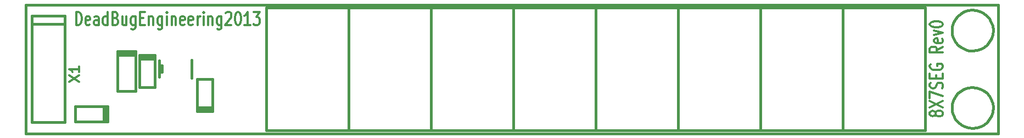
<source format=gto>
G04 (created by PCBNEW-RS274X (2012-01-19 BZR 3256)-stable) date 01/06/2013 13:30:53*
G01*
G70*
G90*
%MOIN*%
G04 Gerber Fmt 3.4, Leading zero omitted, Abs format*
%FSLAX34Y34*%
G04 APERTURE LIST*
%ADD10C,0.006000*%
%ADD11C,0.012000*%
%ADD12C,0.015000*%
G04 APERTURE END LIST*
G54D10*
G54D11*
X100117Y-24034D02*
X100079Y-24092D01*
X100040Y-24120D01*
X99964Y-24149D01*
X99926Y-24149D01*
X99850Y-24120D01*
X99812Y-24092D01*
X99774Y-24034D01*
X99774Y-23920D01*
X99812Y-23863D01*
X99850Y-23834D01*
X99926Y-23806D01*
X99964Y-23806D01*
X100040Y-23834D01*
X100079Y-23863D01*
X100117Y-23920D01*
X100117Y-24034D01*
X100155Y-24092D01*
X100193Y-24120D01*
X100269Y-24149D01*
X100421Y-24149D01*
X100498Y-24120D01*
X100536Y-24092D01*
X100574Y-24034D01*
X100574Y-23920D01*
X100536Y-23863D01*
X100498Y-23834D01*
X100421Y-23806D01*
X100269Y-23806D01*
X100193Y-23834D01*
X100155Y-23863D01*
X100117Y-23920D01*
X99774Y-23606D02*
X100574Y-23206D01*
X99774Y-23206D02*
X100574Y-23606D01*
X99774Y-23035D02*
X99774Y-22635D01*
X100574Y-22892D01*
X100536Y-22436D02*
X100574Y-22350D01*
X100574Y-22207D01*
X100536Y-22150D01*
X100498Y-22121D01*
X100421Y-22093D01*
X100345Y-22093D01*
X100269Y-22121D01*
X100231Y-22150D01*
X100193Y-22207D01*
X100155Y-22321D01*
X100117Y-22379D01*
X100079Y-22407D01*
X100002Y-22436D01*
X99926Y-22436D01*
X99850Y-22407D01*
X99812Y-22379D01*
X99774Y-22321D01*
X99774Y-22179D01*
X99812Y-22093D01*
X100155Y-21836D02*
X100155Y-21636D01*
X100574Y-21550D02*
X100574Y-21836D01*
X99774Y-21836D01*
X99774Y-21550D01*
X99812Y-20979D02*
X99774Y-21036D01*
X99774Y-21122D01*
X99812Y-21207D01*
X99888Y-21265D01*
X99964Y-21293D01*
X100117Y-21322D01*
X100231Y-21322D01*
X100383Y-21293D01*
X100460Y-21265D01*
X100536Y-21207D01*
X100574Y-21122D01*
X100574Y-21065D01*
X100536Y-20979D01*
X100498Y-20950D01*
X100231Y-20950D01*
X100231Y-21065D01*
X100574Y-19893D02*
X100193Y-20093D01*
X100574Y-20236D02*
X99774Y-20236D01*
X99774Y-20008D01*
X99812Y-19950D01*
X99850Y-19922D01*
X99926Y-19893D01*
X100040Y-19893D01*
X100117Y-19922D01*
X100155Y-19950D01*
X100193Y-20008D01*
X100193Y-20236D01*
X100536Y-19408D02*
X100574Y-19465D01*
X100574Y-19579D01*
X100536Y-19636D01*
X100460Y-19665D01*
X100155Y-19665D01*
X100079Y-19636D01*
X100040Y-19579D01*
X100040Y-19465D01*
X100079Y-19408D01*
X100155Y-19379D01*
X100231Y-19379D01*
X100307Y-19665D01*
X100040Y-19179D02*
X100574Y-19036D01*
X100040Y-18894D01*
X99774Y-18551D02*
X99774Y-18494D01*
X99812Y-18437D01*
X99850Y-18408D01*
X99926Y-18379D01*
X100079Y-18351D01*
X100269Y-18351D01*
X100421Y-18379D01*
X100498Y-18408D01*
X100536Y-18437D01*
X100574Y-18494D01*
X100574Y-18551D01*
X100536Y-18608D01*
X100498Y-18637D01*
X100421Y-18665D01*
X100269Y-18694D01*
X100079Y-18694D01*
X99926Y-18665D01*
X99850Y-18637D01*
X99812Y-18608D01*
X99774Y-18551D01*
X47944Y-18574D02*
X47944Y-17774D01*
X48087Y-17774D01*
X48172Y-17812D01*
X48230Y-17888D01*
X48258Y-17964D01*
X48287Y-18117D01*
X48287Y-18231D01*
X48258Y-18383D01*
X48230Y-18460D01*
X48172Y-18536D01*
X48087Y-18574D01*
X47944Y-18574D01*
X48772Y-18536D02*
X48715Y-18574D01*
X48601Y-18574D01*
X48544Y-18536D01*
X48515Y-18460D01*
X48515Y-18155D01*
X48544Y-18079D01*
X48601Y-18040D01*
X48715Y-18040D01*
X48772Y-18079D01*
X48801Y-18155D01*
X48801Y-18231D01*
X48515Y-18307D01*
X49315Y-18574D02*
X49315Y-18155D01*
X49286Y-18079D01*
X49229Y-18040D01*
X49115Y-18040D01*
X49058Y-18079D01*
X49315Y-18536D02*
X49258Y-18574D01*
X49115Y-18574D01*
X49058Y-18536D01*
X49029Y-18460D01*
X49029Y-18383D01*
X49058Y-18307D01*
X49115Y-18269D01*
X49258Y-18269D01*
X49315Y-18231D01*
X49858Y-18574D02*
X49858Y-17774D01*
X49858Y-18536D02*
X49801Y-18574D01*
X49687Y-18574D01*
X49629Y-18536D01*
X49601Y-18498D01*
X49572Y-18421D01*
X49572Y-18193D01*
X49601Y-18117D01*
X49629Y-18079D01*
X49687Y-18040D01*
X49801Y-18040D01*
X49858Y-18079D01*
X50344Y-18155D02*
X50430Y-18193D01*
X50458Y-18231D01*
X50487Y-18307D01*
X50487Y-18421D01*
X50458Y-18498D01*
X50430Y-18536D01*
X50372Y-18574D01*
X50144Y-18574D01*
X50144Y-17774D01*
X50344Y-17774D01*
X50401Y-17812D01*
X50430Y-17850D01*
X50458Y-17926D01*
X50458Y-18002D01*
X50430Y-18079D01*
X50401Y-18117D01*
X50344Y-18155D01*
X50144Y-18155D01*
X51001Y-18040D02*
X51001Y-18574D01*
X50744Y-18040D02*
X50744Y-18460D01*
X50772Y-18536D01*
X50830Y-18574D01*
X50915Y-18574D01*
X50972Y-18536D01*
X51001Y-18498D01*
X51544Y-18040D02*
X51544Y-18688D01*
X51515Y-18764D01*
X51487Y-18802D01*
X51430Y-18840D01*
X51344Y-18840D01*
X51287Y-18802D01*
X51544Y-18536D02*
X51487Y-18574D01*
X51373Y-18574D01*
X51315Y-18536D01*
X51287Y-18498D01*
X51258Y-18421D01*
X51258Y-18193D01*
X51287Y-18117D01*
X51315Y-18079D01*
X51373Y-18040D01*
X51487Y-18040D01*
X51544Y-18079D01*
X51830Y-18155D02*
X52030Y-18155D01*
X52116Y-18574D02*
X51830Y-18574D01*
X51830Y-17774D01*
X52116Y-17774D01*
X52373Y-18040D02*
X52373Y-18574D01*
X52373Y-18117D02*
X52401Y-18079D01*
X52459Y-18040D01*
X52544Y-18040D01*
X52601Y-18079D01*
X52630Y-18155D01*
X52630Y-18574D01*
X53173Y-18040D02*
X53173Y-18688D01*
X53144Y-18764D01*
X53116Y-18802D01*
X53059Y-18840D01*
X52973Y-18840D01*
X52916Y-18802D01*
X53173Y-18536D02*
X53116Y-18574D01*
X53002Y-18574D01*
X52944Y-18536D01*
X52916Y-18498D01*
X52887Y-18421D01*
X52887Y-18193D01*
X52916Y-18117D01*
X52944Y-18079D01*
X53002Y-18040D01*
X53116Y-18040D01*
X53173Y-18079D01*
X53459Y-18574D02*
X53459Y-18040D01*
X53459Y-17774D02*
X53430Y-17812D01*
X53459Y-17850D01*
X53487Y-17812D01*
X53459Y-17774D01*
X53459Y-17850D01*
X53745Y-18040D02*
X53745Y-18574D01*
X53745Y-18117D02*
X53773Y-18079D01*
X53831Y-18040D01*
X53916Y-18040D01*
X53973Y-18079D01*
X54002Y-18155D01*
X54002Y-18574D01*
X54516Y-18536D02*
X54459Y-18574D01*
X54345Y-18574D01*
X54288Y-18536D01*
X54259Y-18460D01*
X54259Y-18155D01*
X54288Y-18079D01*
X54345Y-18040D01*
X54459Y-18040D01*
X54516Y-18079D01*
X54545Y-18155D01*
X54545Y-18231D01*
X54259Y-18307D01*
X55030Y-18536D02*
X54973Y-18574D01*
X54859Y-18574D01*
X54802Y-18536D01*
X54773Y-18460D01*
X54773Y-18155D01*
X54802Y-18079D01*
X54859Y-18040D01*
X54973Y-18040D01*
X55030Y-18079D01*
X55059Y-18155D01*
X55059Y-18231D01*
X54773Y-18307D01*
X55316Y-18574D02*
X55316Y-18040D01*
X55316Y-18193D02*
X55344Y-18117D01*
X55373Y-18079D01*
X55430Y-18040D01*
X55487Y-18040D01*
X55687Y-18574D02*
X55687Y-18040D01*
X55687Y-17774D02*
X55658Y-17812D01*
X55687Y-17850D01*
X55715Y-17812D01*
X55687Y-17774D01*
X55687Y-17850D01*
X55973Y-18040D02*
X55973Y-18574D01*
X55973Y-18117D02*
X56001Y-18079D01*
X56059Y-18040D01*
X56144Y-18040D01*
X56201Y-18079D01*
X56230Y-18155D01*
X56230Y-18574D01*
X56773Y-18040D02*
X56773Y-18688D01*
X56744Y-18764D01*
X56716Y-18802D01*
X56659Y-18840D01*
X56573Y-18840D01*
X56516Y-18802D01*
X56773Y-18536D02*
X56716Y-18574D01*
X56602Y-18574D01*
X56544Y-18536D01*
X56516Y-18498D01*
X56487Y-18421D01*
X56487Y-18193D01*
X56516Y-18117D01*
X56544Y-18079D01*
X56602Y-18040D01*
X56716Y-18040D01*
X56773Y-18079D01*
X57030Y-17850D02*
X57059Y-17812D01*
X57116Y-17774D01*
X57259Y-17774D01*
X57316Y-17812D01*
X57345Y-17850D01*
X57373Y-17926D01*
X57373Y-18002D01*
X57345Y-18117D01*
X57002Y-18574D01*
X57373Y-18574D01*
X57744Y-17774D02*
X57801Y-17774D01*
X57858Y-17812D01*
X57887Y-17850D01*
X57916Y-17926D01*
X57944Y-18079D01*
X57944Y-18269D01*
X57916Y-18421D01*
X57887Y-18498D01*
X57858Y-18536D01*
X57801Y-18574D01*
X57744Y-18574D01*
X57687Y-18536D01*
X57658Y-18498D01*
X57630Y-18421D01*
X57601Y-18269D01*
X57601Y-18079D01*
X57630Y-17926D01*
X57658Y-17850D01*
X57687Y-17812D01*
X57744Y-17774D01*
X58515Y-18574D02*
X58172Y-18574D01*
X58344Y-18574D02*
X58344Y-17774D01*
X58287Y-17888D01*
X58229Y-17964D01*
X58172Y-18002D01*
X58715Y-17774D02*
X59086Y-17774D01*
X58886Y-18079D01*
X58972Y-18079D01*
X59029Y-18117D01*
X59058Y-18155D01*
X59086Y-18231D01*
X59086Y-18421D01*
X59058Y-18498D01*
X59029Y-18536D01*
X58972Y-18574D01*
X58800Y-18574D01*
X58743Y-18536D01*
X58715Y-18498D01*
G54D12*
X44882Y-25197D02*
X44882Y-17323D01*
X103937Y-25197D02*
X44882Y-25197D01*
X103937Y-17323D02*
X103937Y-25197D01*
X44882Y-17323D02*
X103937Y-17323D01*
X54950Y-20750D02*
X54950Y-20700D01*
X54950Y-21800D02*
X54950Y-20750D01*
X53000Y-21450D02*
X53150Y-21450D01*
X53150Y-21450D02*
X53150Y-21050D01*
X53150Y-21050D02*
X53000Y-21050D01*
X53000Y-21750D02*
X53000Y-20750D01*
X51551Y-20280D02*
X51551Y-20161D01*
X51551Y-20161D02*
X50449Y-20161D01*
X50449Y-20161D02*
X50449Y-20319D01*
X51551Y-20398D02*
X51551Y-20280D01*
X51551Y-20280D02*
X50449Y-20280D01*
X50449Y-20280D02*
X50449Y-20398D01*
X51551Y-20398D02*
X51551Y-22602D01*
X51551Y-22602D02*
X50449Y-22602D01*
X50449Y-22602D02*
X50449Y-20398D01*
X50449Y-20398D02*
X51551Y-20398D01*
X55278Y-23734D02*
X55278Y-23852D01*
X55278Y-23852D02*
X56222Y-23852D01*
X56222Y-23852D02*
X56222Y-23734D01*
X55278Y-23616D02*
X55278Y-23734D01*
X55278Y-23734D02*
X56222Y-23734D01*
X56222Y-23734D02*
X56222Y-23616D01*
X55278Y-23616D02*
X55278Y-21884D01*
X55278Y-21884D02*
X56183Y-21884D01*
X56183Y-21884D02*
X56222Y-21884D01*
X56222Y-21884D02*
X56222Y-23616D01*
X56222Y-23616D02*
X55278Y-23616D01*
X49734Y-24472D02*
X49852Y-24472D01*
X49852Y-24472D02*
X49852Y-23528D01*
X49852Y-23528D02*
X49734Y-23528D01*
X49616Y-24472D02*
X49734Y-24472D01*
X49734Y-24472D02*
X49734Y-23528D01*
X49734Y-23528D02*
X49616Y-23528D01*
X49616Y-24472D02*
X47884Y-24472D01*
X47884Y-24472D02*
X47884Y-23567D01*
X47884Y-23567D02*
X47884Y-23528D01*
X47884Y-23528D02*
X49616Y-23528D01*
X49616Y-23528D02*
X49616Y-24472D01*
X52722Y-20516D02*
X52722Y-20398D01*
X52722Y-20398D02*
X51778Y-20398D01*
X51778Y-20398D02*
X51778Y-20516D01*
X52722Y-20634D02*
X52722Y-20516D01*
X52722Y-20516D02*
X51778Y-20516D01*
X51778Y-20516D02*
X51778Y-20634D01*
X52722Y-20634D02*
X52722Y-22366D01*
X52722Y-22366D02*
X51817Y-22366D01*
X51817Y-22366D02*
X51778Y-22366D01*
X51778Y-22366D02*
X51778Y-20634D01*
X51778Y-20634D02*
X52722Y-20634D01*
X45250Y-18500D02*
X45250Y-18000D01*
X45250Y-18000D02*
X47250Y-18000D01*
X47250Y-18000D02*
X47250Y-18500D01*
X45250Y-18500D02*
X47250Y-18500D01*
X47250Y-18500D02*
X47250Y-24500D01*
X47250Y-24500D02*
X45250Y-24500D01*
X45250Y-24500D02*
X45250Y-18500D01*
X89500Y-17500D02*
X94500Y-17500D01*
X94500Y-17500D02*
X94500Y-25000D01*
X94500Y-25000D02*
X89500Y-25000D01*
X89500Y-25000D02*
X89500Y-17500D01*
X79500Y-17500D02*
X84500Y-17500D01*
X84500Y-17500D02*
X84500Y-25000D01*
X84500Y-25000D02*
X79500Y-25000D01*
X79500Y-25000D02*
X79500Y-17500D01*
X59500Y-17500D02*
X64500Y-17500D01*
X64500Y-17500D02*
X64500Y-25000D01*
X64500Y-25000D02*
X59500Y-25000D01*
X59500Y-25000D02*
X59500Y-17500D01*
X69500Y-17500D02*
X74500Y-17500D01*
X74500Y-17500D02*
X74500Y-25000D01*
X74500Y-25000D02*
X69500Y-25000D01*
X69500Y-25000D02*
X69500Y-17500D01*
X74500Y-17500D02*
X79500Y-17500D01*
X79500Y-17500D02*
X79500Y-25000D01*
X79500Y-25000D02*
X74500Y-25000D01*
X74500Y-25000D02*
X74500Y-17500D01*
X64500Y-17500D02*
X69500Y-17500D01*
X69500Y-17500D02*
X69500Y-25000D01*
X69500Y-25000D02*
X64500Y-25000D01*
X64500Y-25000D02*
X64500Y-17500D01*
X84500Y-17500D02*
X89500Y-17500D01*
X89500Y-17500D02*
X89500Y-25000D01*
X89500Y-25000D02*
X84500Y-25000D01*
X84500Y-25000D02*
X84500Y-17500D01*
X94500Y-17500D02*
X99500Y-17500D01*
X99500Y-17500D02*
X99500Y-25000D01*
X99500Y-25000D02*
X94500Y-25000D01*
X94500Y-25000D02*
X94500Y-17500D01*
X103612Y-18898D02*
X103588Y-19140D01*
X103517Y-19374D01*
X103403Y-19589D01*
X103248Y-19778D01*
X103060Y-19934D01*
X102846Y-20050D01*
X102613Y-20122D01*
X102370Y-20147D01*
X102128Y-20125D01*
X101894Y-20056D01*
X101678Y-19943D01*
X101488Y-19791D01*
X101331Y-19604D01*
X101214Y-19390D01*
X101140Y-19157D01*
X101113Y-18915D01*
X101133Y-18673D01*
X101200Y-18438D01*
X101312Y-18221D01*
X101463Y-18030D01*
X101649Y-17872D01*
X101862Y-17753D01*
X102094Y-17678D01*
X102336Y-17649D01*
X102579Y-17667D01*
X102814Y-17733D01*
X103031Y-17843D01*
X103224Y-17993D01*
X103383Y-18178D01*
X103503Y-18390D01*
X103580Y-18622D01*
X103611Y-18864D01*
X103612Y-18898D01*
X103612Y-23622D02*
X103588Y-23864D01*
X103517Y-24098D01*
X103403Y-24313D01*
X103248Y-24502D01*
X103060Y-24658D01*
X102846Y-24774D01*
X102613Y-24846D01*
X102370Y-24871D01*
X102128Y-24849D01*
X101894Y-24780D01*
X101678Y-24667D01*
X101488Y-24515D01*
X101331Y-24328D01*
X101214Y-24114D01*
X101140Y-23881D01*
X101113Y-23639D01*
X101133Y-23397D01*
X101200Y-23162D01*
X101312Y-22945D01*
X101463Y-22754D01*
X101649Y-22596D01*
X101862Y-22477D01*
X102094Y-22402D01*
X102336Y-22373D01*
X102579Y-22391D01*
X102814Y-22457D01*
X103031Y-22567D01*
X103224Y-22717D01*
X103383Y-22902D01*
X103503Y-23114D01*
X103580Y-23346D01*
X103611Y-23588D01*
X103612Y-23622D01*
G54D11*
X47543Y-22035D02*
X48143Y-21635D01*
X47543Y-21635D02*
X48143Y-22035D01*
X48143Y-21093D02*
X48143Y-21436D01*
X48143Y-21264D02*
X47543Y-21264D01*
X47629Y-21321D01*
X47686Y-21379D01*
X47714Y-21436D01*
M02*

</source>
